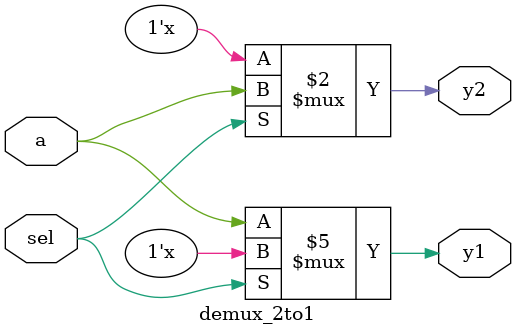
<source format=v>
`timescale 1ns / 1ps


module demux_2to1(a,y1,y2,sel);
input a,sel;
output reg y1,y2;
//y1 == 1'b0;
//y2 == 1'b0;
always @(sel or a)
begin
case (sel)
1'b0: y1 <= a;
1'b1: y2 <= a;
endcase
end
endmodule

</source>
